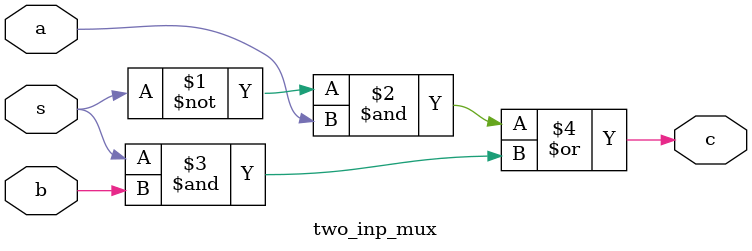
<source format=v>
module two_inp_mux(c,a,b,s);
input a,b;
input s;
output c;
assign c=(~s&a)|(s&b);
endmodule


</source>
